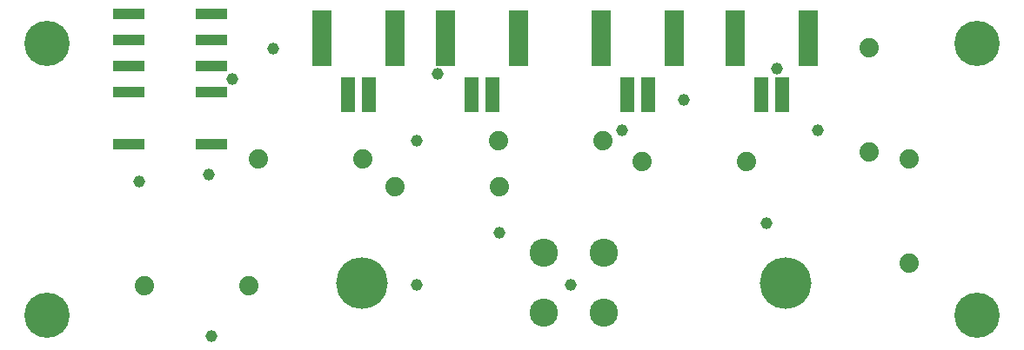
<source format=gts>
G75*
G70*
%OFA0B0*%
%FSLAX24Y24*%
%IPPOS*%
%LPD*%
%AMOC8*
5,1,8,0,0,1.08239X$1,22.5*
%
%ADD10C,0.1734*%
%ADD11R,0.0552X0.1340*%
%ADD12R,0.0749X0.2167*%
%ADD13C,0.0740*%
%ADD14C,0.1080*%
%ADD15C,0.1980*%
%ADD16R,0.1202X0.0434*%
%ADD17C,0.0456*%
D10*
X002552Y002946D03*
X002552Y013379D03*
X038182Y013379D03*
X038182Y002946D03*
D11*
X030713Y011426D03*
X029926Y011426D03*
X025583Y011426D03*
X024796Y011426D03*
X019607Y011426D03*
X018820Y011426D03*
X014871Y011426D03*
X014083Y011426D03*
D12*
X013079Y013584D03*
X015875Y013584D03*
X017816Y013584D03*
X020611Y013584D03*
X023792Y013584D03*
X026587Y013584D03*
X028922Y013584D03*
X031717Y013584D03*
D13*
X034048Y013214D03*
X023843Y009639D03*
X025355Y008852D03*
X029355Y008852D03*
X034048Y009214D03*
X035599Y008954D03*
X035599Y004954D03*
X019883Y007879D03*
X015883Y007879D03*
X014666Y008954D03*
X010666Y008954D03*
X019843Y009639D03*
X010272Y004068D03*
X006272Y004068D03*
D14*
X021575Y003028D03*
X023875Y003028D03*
X023875Y005328D03*
X021575Y005328D03*
D15*
X014615Y004178D03*
X030835Y004178D03*
D16*
X008861Y009501D03*
X005692Y009501D03*
X005692Y011501D03*
X005692Y012501D03*
X005692Y013501D03*
X005692Y014501D03*
X008861Y014501D03*
X008861Y013501D03*
X008861Y012501D03*
X008861Y011501D03*
D17*
X009638Y012001D03*
X011213Y013182D03*
X017512Y012222D03*
X024599Y010033D03*
X026961Y011214D03*
X030505Y012395D03*
X032079Y010033D03*
X030111Y006489D03*
X022631Y004127D03*
X019875Y006096D03*
X016725Y004127D03*
X008851Y002159D03*
X006095Y008064D03*
X008753Y008360D03*
X016725Y009639D03*
M02*

</source>
